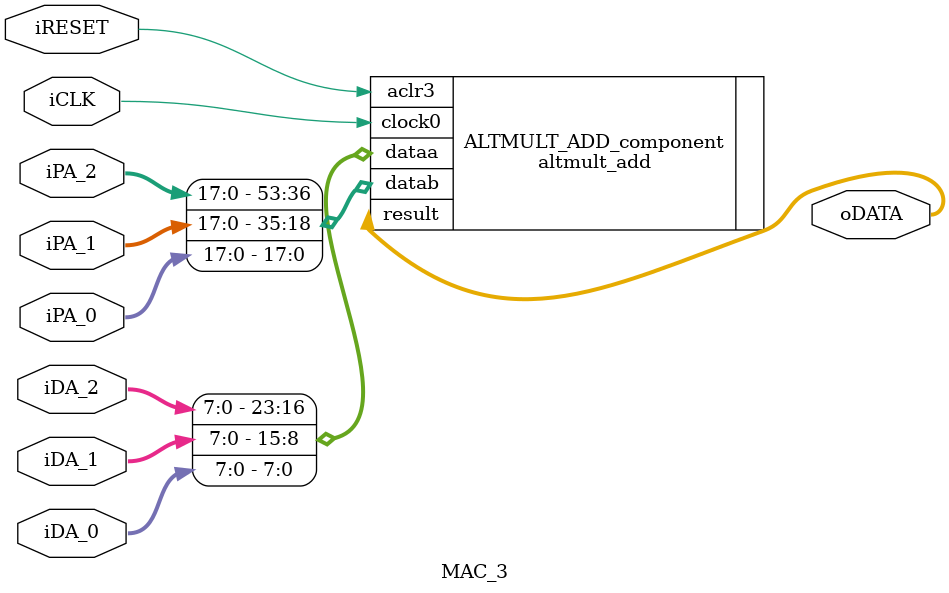
<source format=v>
module MAC_3 (	iDA_0,iDA_1,iDA_2,
				iPA_0,iPA_1,iPA_2,
				oDATA,iRESET,iCLK);

	input	[7:0] iDA_0,iDA_1,iDA_2;
	input	[17:0] iPA_2,iPA_1,iPA_0;
	output	[27:0] oDATA;
	input	iRESET,iCLK;

	altmult_add	ALTMULT_ADD_component (
				.dataa ({iDA_2,iDA_1,iDA_0}),
				.datab ({iPA_2,iPA_1,iPA_0}),
				.clock0 (iCLK),
				.aclr3 (iRESET),
				.result (oDATA)
				);
	defparam
		ALTMULT_ADD_component.input_register_b2 = "CLOCK0",
		ALTMULT_ADD_component.input_register_a1 = "CLOCK0",
		ALTMULT_ADD_component.multiplier_register0 = "CLOCK0",
		ALTMULT_ADD_component.signed_pipeline_aclr_b = "ACLR3",
		ALTMULT_ADD_component.input_register_a2 = "CLOCK0",
		ALTMULT_ADD_component.multiplier_register1 = "CLOCK0",
		ALTMULT_ADD_component.addnsub_multiplier_pipeline_aclr1 = "ACLR3",
		ALTMULT_ADD_component.multiplier_register2 = "CLOCK0",
		ALTMULT_ADD_component.signed_register_a = "UNREGISTERED",
		ALTMULT_ADD_component.number_of_multipliers = 3,
		ALTMULT_ADD_component.multiplier_aclr0 = "ACLR3",
		ALTMULT_ADD_component.signed_register_b = "UNREGISTERED",
		ALTMULT_ADD_component.lpm_type = "altmult_add",
		ALTMULT_ADD_component.multiplier_aclr1 = "ACLR3",
		ALTMULT_ADD_component.input_aclr_b0 = "ACLR3",
		ALTMULT_ADD_component.output_register = "CLOCK0",
		ALTMULT_ADD_component.width_result = 28,
		ALTMULT_ADD_component.representation_a = "UNSIGNED",
		ALTMULT_ADD_component.signed_pipeline_register_a = "CLOCK0",
		ALTMULT_ADD_component.input_source_b0 = "DATAB",
		ALTMULT_ADD_component.multiplier_aclr2 = "ACLR3",
		ALTMULT_ADD_component.input_aclr_b1 = "ACLR3",
		ALTMULT_ADD_component.input_aclr_a0 = "ACLR3",
		ALTMULT_ADD_component.addnsub_multiplier_register1 = "UNREGISTERED",
		ALTMULT_ADD_component.representation_b = "SIGNED",
		ALTMULT_ADD_component.signed_pipeline_register_b = "CLOCK0",
		ALTMULT_ADD_component.input_source_b1 = "DATAB",
		ALTMULT_ADD_component.input_source_a0 = "DATAA",
		ALTMULT_ADD_component.input_aclr_b2 = "ACLR3",
		ALTMULT_ADD_component.input_aclr_a1 = "ACLR3",
//		ALTMULT_ADD_component.dedicated_multiplier_circuitry = "AUTO",
		ALTMULT_ADD_component.dedicated_multiplier_circuitry = "NO",
		ALTMULT_ADD_component.input_source_b2 = "DATAB",
		ALTMULT_ADD_component.input_source_a1 = "DATAA",
		ALTMULT_ADD_component.input_aclr_a2 = "ACLR3",
		ALTMULT_ADD_component.output_aclr = "ACLR3",
		ALTMULT_ADD_component.input_source_a2 = "DATAA",
		ALTMULT_ADD_component.intended_device_family = "Stratix II",
		ALTMULT_ADD_component.addnsub_multiplier_pipeline_register1 = "CLOCK0",
		ALTMULT_ADD_component.width_a = 8,
		ALTMULT_ADD_component.input_register_b0 = "CLOCK0",
		ALTMULT_ADD_component.width_b = 18,
		ALTMULT_ADD_component.input_register_b1 = "CLOCK0",
		ALTMULT_ADD_component.input_register_a0 = "CLOCK0",
		ALTMULT_ADD_component.multiplier1_direction = "ADD",
		ALTMULT_ADD_component.signed_pipeline_aclr_a = "ACLR3";

endmodule
</source>
